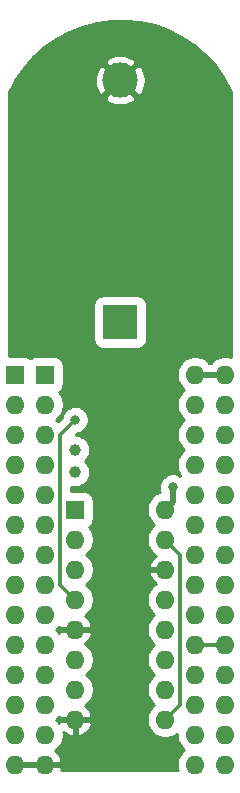
<source format=gbl>
%TF.GenerationSoftware,KiCad,Pcbnew,(5.1.9)-1*%
%TF.CreationDate,2021-02-22T17:40:15+08:00*%
%TF.ProjectId,SmartWatchRedux,536d6172-7457-4617-9463-685265647578,rev?*%
%TF.SameCoordinates,Original*%
%TF.FileFunction,Copper,L2,Bot*%
%TF.FilePolarity,Positive*%
%FSLAX46Y46*%
G04 Gerber Fmt 4.6, Leading zero omitted, Abs format (unit mm)*
G04 Created by KiCad (PCBNEW (5.1.9)-1) date 2021-02-22 17:40:15*
%MOMM*%
%LPD*%
G01*
G04 APERTURE LIST*
%TA.AperFunction,ComponentPad*%
%ADD10O,1.600000X1.600000*%
%TD*%
%TA.AperFunction,ComponentPad*%
%ADD11R,1.600000X1.600000*%
%TD*%
%TA.AperFunction,ComponentPad*%
%ADD12C,1.000000*%
%TD*%
%TA.AperFunction,ComponentPad*%
%ADD13R,3.000000X3.000000*%
%TD*%
%TA.AperFunction,ComponentPad*%
%ADD14C,3.000000*%
%TD*%
%TA.AperFunction,ViaPad*%
%ADD15C,0.800000*%
%TD*%
%TA.AperFunction,Conductor*%
%ADD16C,0.350000*%
%TD*%
%TA.AperFunction,Conductor*%
%ADD17C,0.500000*%
%TD*%
%TA.AperFunction,Conductor*%
%ADD18C,0.254000*%
%TD*%
%TA.AperFunction,Conductor*%
%ADD19C,0.100000*%
%TD*%
G04 APERTURE END LIST*
D10*
%TO.P,CN1,28*%
%TO.N,VCC*%
X123190000Y-63500000D03*
%TO.P,CN1,14*%
%TO.N,GND*%
X107950000Y-96520000D03*
%TO.P,CN1,27*%
%TO.N,Net-(CN1-Pad27)*%
X123190000Y-66040000D03*
%TO.P,CN1,13*%
%TO.N,Net-(CN1-Pad13)*%
X107950000Y-93980000D03*
%TO.P,CN1,26*%
%TO.N,Net-(CN1-Pad26)*%
X123190000Y-68580000D03*
%TO.P,CN1,12*%
%TO.N,Net-(CN1-Pad12)*%
X107950000Y-91440000D03*
%TO.P,CN1,25*%
%TO.N,Net-(CN1-Pad25)*%
X123190000Y-71120000D03*
%TO.P,CN1,11*%
%TO.N,Net-(CN1-Pad11)*%
X107950000Y-88900000D03*
%TO.P,CN1,24*%
%TO.N,Net-(CN1-Pad24)*%
X123190000Y-73660000D03*
%TO.P,CN1,10*%
%TO.N,Net-(CN1-Pad10)*%
X107950000Y-86360000D03*
%TO.P,CN1,23*%
%TO.N,Net-(CN1-Pad23)*%
X123190000Y-76200000D03*
%TO.P,CN1,9*%
%TO.N,Net-(CN1-Pad9)*%
X107950000Y-83820000D03*
%TO.P,CN1,22*%
%TO.N,Net-(CN1-Pad22)*%
X123190000Y-78740000D03*
%TO.P,CN1,8*%
%TO.N,Net-(CN1-Pad8)*%
X107950000Y-81280000D03*
%TO.P,CN1,21*%
%TO.N,Net-(CN1-Pad21)*%
X123190000Y-81280000D03*
%TO.P,CN1,7*%
%TO.N,Net-(CN1-Pad7)*%
X107950000Y-78740000D03*
%TO.P,CN1,20*%
%TO.N,Net-(CN1-Pad20)*%
X123190000Y-83820000D03*
%TO.P,CN1,6*%
%TO.N,Net-(CN1-Pad6)*%
X107950000Y-76200000D03*
%TO.P,CN1,19*%
%TO.N,Net-(CN1-Pad19)*%
X123190000Y-86360000D03*
%TO.P,CN1,5*%
%TO.N,Net-(CN1-Pad5)*%
X107950000Y-73660000D03*
%TO.P,CN1,18*%
%TO.N,Net-(CN1-Pad18)*%
X123190000Y-88900000D03*
%TO.P,CN1,4*%
%TO.N,Net-(CN1-Pad4)*%
X107950000Y-71120000D03*
%TO.P,CN1,17*%
%TO.N,Net-(CN1-Pad17)*%
X123190000Y-91440000D03*
%TO.P,CN1,3*%
%TO.N,Net-(CN1-Pad3)*%
X107950000Y-68580000D03*
%TO.P,CN1,16*%
%TO.N,Net-(CN1-Pad16)*%
X123190000Y-93980000D03*
%TO.P,CN1,2*%
%TO.N,Net-(CN1-Pad2)*%
X107950000Y-66040000D03*
%TO.P,CN1,15*%
%TO.N,Net-(CN1-Pad15)*%
X123190000Y-96520000D03*
D11*
%TO.P,CN1,1*%
%TO.N,Net-(CN1-Pad1)*%
X107950000Y-63500000D03*
%TD*%
D12*
%TO.P,Y1,1*%
%TO.N,/XTAL1*%
X113030000Y-71755000D03*
%TO.P,Y1,2*%
%TO.N,/XTAL2*%
X113030000Y-69855000D03*
%TD*%
D10*
%TO.P,U1,28*%
%TO.N,VCC*%
X125730000Y-63500000D03*
%TO.P,U1,14*%
%TO.N,GND*%
X110490000Y-96520000D03*
%TO.P,U1,27*%
%TO.N,Net-(CN1-Pad27)*%
X125730000Y-66040000D03*
%TO.P,U1,13*%
%TO.N,Net-(CN1-Pad13)*%
X110490000Y-93980000D03*
%TO.P,U1,26*%
%TO.N,Net-(CN1-Pad26)*%
X125730000Y-68580000D03*
%TO.P,U1,12*%
%TO.N,Net-(CN1-Pad12)*%
X110490000Y-91440000D03*
%TO.P,U1,25*%
%TO.N,Net-(CN1-Pad25)*%
X125730000Y-71120000D03*
%TO.P,U1,11*%
%TO.N,Net-(CN1-Pad11)*%
X110490000Y-88900000D03*
%TO.P,U1,24*%
%TO.N,Net-(CN1-Pad24)*%
X125730000Y-73660000D03*
%TO.P,U1,10*%
%TO.N,Net-(CN1-Pad10)*%
X110490000Y-86360000D03*
%TO.P,U1,23*%
%TO.N,Net-(CN1-Pad23)*%
X125730000Y-76200000D03*
%TO.P,U1,9*%
%TO.N,Net-(CN1-Pad9)*%
X110490000Y-83820000D03*
%TO.P,U1,22*%
%TO.N,Net-(CN1-Pad22)*%
X125730000Y-78740000D03*
%TO.P,U1,8*%
%TO.N,Net-(CN1-Pad8)*%
X110490000Y-81280000D03*
%TO.P,U1,21*%
%TO.N,Net-(CN1-Pad21)*%
X125730000Y-81280000D03*
%TO.P,U1,7*%
%TO.N,Net-(CN1-Pad7)*%
X110490000Y-78740000D03*
%TO.P,U1,20*%
%TO.N,Net-(U1-Pad20)*%
X125730000Y-83820000D03*
%TO.P,U1,6*%
%TO.N,Net-(CN1-Pad6)*%
X110490000Y-76200000D03*
%TO.P,U1,19*%
%TO.N,Net-(CN1-Pad19)*%
X125730000Y-86360000D03*
%TO.P,U1,5*%
%TO.N,Net-(CN1-Pad5)*%
X110490000Y-73660000D03*
%TO.P,U1,18*%
%TO.N,Net-(CN1-Pad18)*%
X125730000Y-88900000D03*
%TO.P,U1,4*%
%TO.N,Net-(CN1-Pad4)*%
X110490000Y-71120000D03*
%TO.P,U1,17*%
%TO.N,Net-(CN1-Pad17)*%
X125730000Y-91440000D03*
%TO.P,U1,3*%
%TO.N,Net-(CN1-Pad3)*%
X110490000Y-68580000D03*
%TO.P,U1,16*%
%TO.N,Net-(CN1-Pad16)*%
X125730000Y-93980000D03*
%TO.P,U1,2*%
%TO.N,Net-(CN1-Pad2)*%
X110490000Y-66040000D03*
%TO.P,U1,15*%
%TO.N,Net-(CN1-Pad15)*%
X125730000Y-96520000D03*
D11*
%TO.P,U1,1*%
%TO.N,Net-(CN1-Pad1)*%
X110490000Y-63500000D03*
%TD*%
D10*
%TO.P,U2,16*%
%TO.N,VCC*%
X120650000Y-74930000D03*
%TO.P,U2,8*%
%TO.N,GND*%
X113030000Y-92710000D03*
%TO.P,U2,15*%
%TO.N,Net-(U2-Pad15)*%
X120650000Y-77470000D03*
%TO.P,U2,7*%
%TO.N,Net-(CN1-Pad11)*%
X113030000Y-90170000D03*
%TO.P,U2,14*%
%TO.N,GND*%
X120650000Y-80010000D03*
%TO.P,U2,6*%
%TO.N,Net-(CN1-Pad10)*%
X113030000Y-87630000D03*
%TO.P,U2,13*%
%TO.N,Net-(CN1-Pad1)*%
X120650000Y-82550000D03*
%TO.P,U2,5*%
%TO.N,GND*%
X113030000Y-85090000D03*
%TO.P,U2,12*%
%TO.N,Net-(CN1-Pad22)*%
X120650000Y-85090000D03*
%TO.P,U2,4*%
%TO.N,Net-(BAT1-Pad1)*%
X113030000Y-82550000D03*
%TO.P,U2,11*%
%TO.N,Net-(CN1-Pad20)*%
X120650000Y-87630000D03*
%TO.P,U2,3*%
%TO.N,Net-(CN1-Pad8)*%
X113030000Y-80010000D03*
%TO.P,U2,10*%
%TO.N,Net-(U1-Pad20)*%
X120650000Y-90170000D03*
%TO.P,U2,2*%
%TO.N,/XTAL2*%
X113030000Y-77470000D03*
%TO.P,U2,9*%
%TO.N,Net-(U2-Pad15)*%
X120650000Y-92710000D03*
D11*
%TO.P,U2,1*%
%TO.N,/XTAL1*%
X113030000Y-74930000D03*
%TD*%
D13*
%TO.P,BAT1,1*%
%TO.N,Net-(BAT1-Pad1)*%
X116840000Y-59055000D03*
D14*
%TO.P,BAT1,2*%
%TO.N,GND*%
X116840000Y-38565000D03*
%TD*%
D15*
%TO.N,Net-(BAT1-Pad1)*%
X113030000Y-67310000D03*
%TO.N,GND*%
X114935000Y-64770000D03*
X116840000Y-64770000D03*
X118745000Y-64770000D03*
X112395000Y-96520000D03*
X114300000Y-96520000D03*
X116840000Y-73660000D03*
X118745000Y-73660000D03*
X114935000Y-67310000D03*
X116840000Y-42926000D03*
X116840000Y-54356000D03*
%TO.N,VCC*%
X121285000Y-73025000D03*
%TD*%
D16*
%TO.N,Net-(BAT1-Pad1)*%
X111760000Y-68580000D02*
X113030000Y-67310000D01*
X111760000Y-81280000D02*
X111760000Y-68580000D01*
X113030000Y-82550000D02*
X111760000Y-81280000D01*
D17*
%TO.N,GND*%
X114300000Y-41105000D02*
X116840000Y-38565000D01*
X116840000Y-42926000D02*
X116840000Y-54356000D01*
X116121000Y-42926000D02*
X114300000Y-41105000D01*
X116840000Y-42926000D02*
X116121000Y-42926000D01*
%TO.N,VCC*%
X123190000Y-63500000D02*
X125730000Y-63500000D01*
X121285000Y-74295000D02*
X120650000Y-74930000D01*
X121285000Y-73025000D02*
X121285000Y-74295000D01*
D16*
%TO.N,Net-(CN1-Pad19)*%
X123190000Y-86360000D02*
X125730000Y-86360000D01*
%TO.N,Net-(U2-Pad15)*%
X121920000Y-91440000D02*
X121920000Y-78740000D01*
X121920000Y-78740000D02*
X120650000Y-77470000D01*
X120650000Y-92710000D02*
X121920000Y-91440000D01*
%TD*%
D18*
%TO.N,GND*%
X118545427Y-33655782D02*
X119753574Y-33934247D01*
X120919507Y-34355834D01*
X122026360Y-34914446D01*
X123058080Y-35601981D01*
X123999727Y-36408483D01*
X124837672Y-37322278D01*
X125559764Y-38330120D01*
X126164243Y-39433282D01*
X126213001Y-39540520D01*
X126213000Y-49568653D01*
X126213001Y-49568663D01*
X126213001Y-62009369D01*
X126185619Y-61998027D01*
X125883844Y-61938000D01*
X125576156Y-61938000D01*
X125274381Y-61998027D01*
X124990115Y-62115773D01*
X124734283Y-62286715D01*
X124532998Y-62488000D01*
X124387002Y-62488000D01*
X124185717Y-62286715D01*
X123929885Y-62115773D01*
X123645619Y-61998027D01*
X123343844Y-61938000D01*
X123036156Y-61938000D01*
X122734381Y-61998027D01*
X122450115Y-62115773D01*
X122194283Y-62286715D01*
X121976715Y-62504283D01*
X121805773Y-62760115D01*
X121688027Y-63044381D01*
X121628000Y-63346156D01*
X121628000Y-63653844D01*
X121688027Y-63955619D01*
X121805773Y-64239885D01*
X121976715Y-64495717D01*
X122194283Y-64713285D01*
X122279163Y-64770000D01*
X122194283Y-64826715D01*
X121976715Y-65044283D01*
X121805773Y-65300115D01*
X121688027Y-65584381D01*
X121628000Y-65886156D01*
X121628000Y-66193844D01*
X121688027Y-66495619D01*
X121805773Y-66779885D01*
X121976715Y-67035717D01*
X122194283Y-67253285D01*
X122279163Y-67310000D01*
X122194283Y-67366715D01*
X121976715Y-67584283D01*
X121805773Y-67840115D01*
X121688027Y-68124381D01*
X121628000Y-68426156D01*
X121628000Y-68733844D01*
X121688027Y-69035619D01*
X121805773Y-69319885D01*
X121976715Y-69575717D01*
X122194283Y-69793285D01*
X122279163Y-69850000D01*
X122194283Y-69906715D01*
X121976715Y-70124283D01*
X121805773Y-70380115D01*
X121688027Y-70664381D01*
X121628000Y-70966156D01*
X121628000Y-71273844D01*
X121688027Y-71575619D01*
X121805773Y-71859885D01*
X121945266Y-72068650D01*
X121835413Y-71995249D01*
X121623943Y-71907655D01*
X121399447Y-71863000D01*
X121170553Y-71863000D01*
X120946057Y-71907655D01*
X120734587Y-71995249D01*
X120544268Y-72122416D01*
X120382416Y-72284268D01*
X120255249Y-72474587D01*
X120167655Y-72686057D01*
X120123000Y-72910553D01*
X120123000Y-73139447D01*
X120167655Y-73363943D01*
X120194226Y-73428091D01*
X119910115Y-73545773D01*
X119654283Y-73716715D01*
X119436715Y-73934283D01*
X119265773Y-74190115D01*
X119148027Y-74474381D01*
X119088000Y-74776156D01*
X119088000Y-75083844D01*
X119148027Y-75385619D01*
X119265773Y-75669885D01*
X119436715Y-75925717D01*
X119654283Y-76143285D01*
X119739163Y-76200000D01*
X119654283Y-76256715D01*
X119436715Y-76474283D01*
X119265773Y-76730115D01*
X119148027Y-77014381D01*
X119088000Y-77316156D01*
X119088000Y-77623844D01*
X119148027Y-77925619D01*
X119265773Y-78209885D01*
X119436715Y-78465717D01*
X119654283Y-78683285D01*
X119858275Y-78819588D01*
X119794869Y-78857615D01*
X119586481Y-79046586D01*
X119418963Y-79272580D01*
X119298754Y-79526913D01*
X119258096Y-79660961D01*
X119380085Y-79883000D01*
X120523000Y-79883000D01*
X120523000Y-79863000D01*
X120777000Y-79863000D01*
X120777000Y-79883000D01*
X120797000Y-79883000D01*
X120797000Y-80137000D01*
X120777000Y-80137000D01*
X120777000Y-80157000D01*
X120523000Y-80157000D01*
X120523000Y-80137000D01*
X119380085Y-80137000D01*
X119258096Y-80359039D01*
X119298754Y-80493087D01*
X119418963Y-80747420D01*
X119586481Y-80973414D01*
X119794869Y-81162385D01*
X119858275Y-81200412D01*
X119654283Y-81336715D01*
X119436715Y-81554283D01*
X119265773Y-81810115D01*
X119148027Y-82094381D01*
X119088000Y-82396156D01*
X119088000Y-82703844D01*
X119148027Y-83005619D01*
X119265773Y-83289885D01*
X119436715Y-83545717D01*
X119654283Y-83763285D01*
X119739163Y-83820000D01*
X119654283Y-83876715D01*
X119436715Y-84094283D01*
X119265773Y-84350115D01*
X119148027Y-84634381D01*
X119088000Y-84936156D01*
X119088000Y-85243844D01*
X119148027Y-85545619D01*
X119265773Y-85829885D01*
X119436715Y-86085717D01*
X119654283Y-86303285D01*
X119739163Y-86360000D01*
X119654283Y-86416715D01*
X119436715Y-86634283D01*
X119265773Y-86890115D01*
X119148027Y-87174381D01*
X119088000Y-87476156D01*
X119088000Y-87783844D01*
X119148027Y-88085619D01*
X119265773Y-88369885D01*
X119436715Y-88625717D01*
X119654283Y-88843285D01*
X119739163Y-88900000D01*
X119654283Y-88956715D01*
X119436715Y-89174283D01*
X119265773Y-89430115D01*
X119148027Y-89714381D01*
X119088000Y-90016156D01*
X119088000Y-90323844D01*
X119148027Y-90625619D01*
X119265773Y-90909885D01*
X119436715Y-91165717D01*
X119654283Y-91383285D01*
X119739163Y-91440000D01*
X119654283Y-91496715D01*
X119436715Y-91714283D01*
X119265773Y-91970115D01*
X119148027Y-92254381D01*
X119088000Y-92556156D01*
X119088000Y-92863844D01*
X119148027Y-93165619D01*
X119265773Y-93449885D01*
X119436715Y-93705717D01*
X119654283Y-93923285D01*
X119910115Y-94094227D01*
X120194381Y-94211973D01*
X120496156Y-94272000D01*
X120803844Y-94272000D01*
X121105619Y-94211973D01*
X121389885Y-94094227D01*
X121628000Y-93935123D01*
X121628000Y-94133844D01*
X121688027Y-94435619D01*
X121805773Y-94719885D01*
X121976715Y-94975717D01*
X122194283Y-95193285D01*
X122279163Y-95250000D01*
X122194283Y-95306715D01*
X121976715Y-95524283D01*
X121805773Y-95780115D01*
X121688027Y-96064381D01*
X121628000Y-96366156D01*
X121628000Y-96673844D01*
X121688027Y-96975619D01*
X121699369Y-97003000D01*
X111841272Y-97003000D01*
X111881904Y-96869039D01*
X111759915Y-96647000D01*
X110617000Y-96647000D01*
X110617000Y-96667000D01*
X110363000Y-96667000D01*
X110363000Y-96647000D01*
X109220085Y-96647000D01*
X109220000Y-96647155D01*
X109219915Y-96647000D01*
X108077000Y-96647000D01*
X108077000Y-96667000D01*
X107823000Y-96667000D01*
X107823000Y-96647000D01*
X107803000Y-96647000D01*
X107803000Y-96393000D01*
X107823000Y-96393000D01*
X107823000Y-96373000D01*
X108077000Y-96373000D01*
X108077000Y-96393000D01*
X109219915Y-96393000D01*
X109220000Y-96392845D01*
X109220085Y-96393000D01*
X110363000Y-96393000D01*
X110363000Y-96373000D01*
X110617000Y-96373000D01*
X110617000Y-96393000D01*
X111759915Y-96393000D01*
X111881904Y-96170961D01*
X111841246Y-96036913D01*
X111721037Y-95782580D01*
X111553519Y-95556586D01*
X111345131Y-95367615D01*
X111281725Y-95329588D01*
X111485717Y-95193285D01*
X111703285Y-94975717D01*
X111874227Y-94719885D01*
X111991973Y-94435619D01*
X112052000Y-94133844D01*
X112052000Y-93826156D01*
X112033752Y-93734417D01*
X112174869Y-93862385D01*
X112416119Y-94007070D01*
X112680960Y-94101909D01*
X112903000Y-93980624D01*
X112903000Y-92837000D01*
X113157000Y-92837000D01*
X113157000Y-93980624D01*
X113379040Y-94101909D01*
X113643881Y-94007070D01*
X113885131Y-93862385D01*
X114093519Y-93673414D01*
X114261037Y-93447420D01*
X114381246Y-93193087D01*
X114421904Y-93059039D01*
X114299915Y-92837000D01*
X113157000Y-92837000D01*
X112903000Y-92837000D01*
X111760085Y-92837000D01*
X111687719Y-92968717D01*
X111485717Y-92766715D01*
X111400837Y-92710000D01*
X111485717Y-92653285D01*
X111687719Y-92451283D01*
X111760085Y-92583000D01*
X112903000Y-92583000D01*
X112903000Y-92563000D01*
X113157000Y-92563000D01*
X113157000Y-92583000D01*
X114299915Y-92583000D01*
X114421904Y-92360961D01*
X114381246Y-92226913D01*
X114261037Y-91972580D01*
X114093519Y-91746586D01*
X113885131Y-91557615D01*
X113821725Y-91519588D01*
X114025717Y-91383285D01*
X114243285Y-91165717D01*
X114414227Y-90909885D01*
X114531973Y-90625619D01*
X114592000Y-90323844D01*
X114592000Y-90016156D01*
X114531973Y-89714381D01*
X114414227Y-89430115D01*
X114243285Y-89174283D01*
X114025717Y-88956715D01*
X113940837Y-88900000D01*
X114025717Y-88843285D01*
X114243285Y-88625717D01*
X114414227Y-88369885D01*
X114531973Y-88085619D01*
X114592000Y-87783844D01*
X114592000Y-87476156D01*
X114531973Y-87174381D01*
X114414227Y-86890115D01*
X114243285Y-86634283D01*
X114025717Y-86416715D01*
X113821725Y-86280412D01*
X113885131Y-86242385D01*
X114093519Y-86053414D01*
X114261037Y-85827420D01*
X114381246Y-85573087D01*
X114421904Y-85439039D01*
X114299915Y-85217000D01*
X113157000Y-85217000D01*
X113157000Y-85237000D01*
X112903000Y-85237000D01*
X112903000Y-85217000D01*
X111760085Y-85217000D01*
X111687719Y-85348717D01*
X111485717Y-85146715D01*
X111400837Y-85090000D01*
X111485717Y-85033285D01*
X111687719Y-84831283D01*
X111760085Y-84963000D01*
X112903000Y-84963000D01*
X112903000Y-84943000D01*
X113157000Y-84943000D01*
X113157000Y-84963000D01*
X114299915Y-84963000D01*
X114421904Y-84740961D01*
X114381246Y-84606913D01*
X114261037Y-84352580D01*
X114093519Y-84126586D01*
X113885131Y-83937615D01*
X113821725Y-83899588D01*
X114025717Y-83763285D01*
X114243285Y-83545717D01*
X114414227Y-83289885D01*
X114531973Y-83005619D01*
X114592000Y-82703844D01*
X114592000Y-82396156D01*
X114531973Y-82094381D01*
X114414227Y-81810115D01*
X114243285Y-81554283D01*
X114025717Y-81336715D01*
X113940837Y-81280000D01*
X114025717Y-81223285D01*
X114243285Y-81005717D01*
X114414227Y-80749885D01*
X114531973Y-80465619D01*
X114592000Y-80163844D01*
X114592000Y-79856156D01*
X114531973Y-79554381D01*
X114414227Y-79270115D01*
X114243285Y-79014283D01*
X114025717Y-78796715D01*
X113940837Y-78740000D01*
X114025717Y-78683285D01*
X114243285Y-78465717D01*
X114414227Y-78209885D01*
X114531973Y-77925619D01*
X114592000Y-77623844D01*
X114592000Y-77316156D01*
X114531973Y-77014381D01*
X114414227Y-76730115D01*
X114243285Y-76474283D01*
X114177357Y-76408355D01*
X114255392Y-76366645D01*
X114371422Y-76271422D01*
X114466645Y-76155392D01*
X114537402Y-76023015D01*
X114580974Y-75879378D01*
X114595686Y-75730000D01*
X114595686Y-74130000D01*
X114580974Y-73980622D01*
X114537402Y-73836985D01*
X114466645Y-73704608D01*
X114371422Y-73588578D01*
X114255392Y-73493355D01*
X114123015Y-73422598D01*
X113979378Y-73379026D01*
X113830000Y-73364314D01*
X112697000Y-73364314D01*
X112697000Y-72975486D01*
X112905704Y-73017000D01*
X113154296Y-73017000D01*
X113398112Y-72968502D01*
X113627781Y-72873370D01*
X113834478Y-72735259D01*
X114010259Y-72559478D01*
X114148370Y-72352781D01*
X114243502Y-72123112D01*
X114292000Y-71879296D01*
X114292000Y-71630704D01*
X114243502Y-71386888D01*
X114148370Y-71157219D01*
X114010259Y-70950522D01*
X113864737Y-70805000D01*
X114010259Y-70659478D01*
X114148370Y-70452781D01*
X114243502Y-70223112D01*
X114292000Y-69979296D01*
X114292000Y-69730704D01*
X114243502Y-69486888D01*
X114148370Y-69257219D01*
X114010259Y-69050522D01*
X113834478Y-68874741D01*
X113627781Y-68736630D01*
X113398112Y-68641498D01*
X113154296Y-68593000D01*
X113072118Y-68593000D01*
X113205203Y-68459915D01*
X113368943Y-68427345D01*
X113580413Y-68339751D01*
X113770732Y-68212584D01*
X113932584Y-68050732D01*
X114059751Y-67860413D01*
X114147345Y-67648943D01*
X114192000Y-67424447D01*
X114192000Y-67195553D01*
X114147345Y-66971057D01*
X114059751Y-66759587D01*
X113932584Y-66569268D01*
X113770732Y-66407416D01*
X113580413Y-66280249D01*
X113368943Y-66192655D01*
X113144447Y-66148000D01*
X112915553Y-66148000D01*
X112691057Y-66192655D01*
X112479587Y-66280249D01*
X112289268Y-66407416D01*
X112127416Y-66569268D01*
X112000249Y-66759587D01*
X111912655Y-66971057D01*
X111880085Y-67134797D01*
X111566942Y-67447940D01*
X111485717Y-67366715D01*
X111400837Y-67310000D01*
X111485717Y-67253285D01*
X111703285Y-67035717D01*
X111874227Y-66779885D01*
X111991973Y-66495619D01*
X112052000Y-66193844D01*
X112052000Y-65886156D01*
X111991973Y-65584381D01*
X111874227Y-65300115D01*
X111703285Y-65044283D01*
X111637357Y-64978355D01*
X111715392Y-64936645D01*
X111831422Y-64841422D01*
X111926645Y-64725392D01*
X111997402Y-64593015D01*
X112040974Y-64449378D01*
X112055686Y-64300000D01*
X112055686Y-62700000D01*
X112040974Y-62550622D01*
X111997402Y-62406985D01*
X111926645Y-62274608D01*
X111831422Y-62158578D01*
X111715392Y-62063355D01*
X111583015Y-61992598D01*
X111439378Y-61949026D01*
X111290000Y-61934314D01*
X109690000Y-61934314D01*
X109540622Y-61949026D01*
X109396985Y-61992598D01*
X109264608Y-62063355D01*
X109220000Y-62099964D01*
X109175392Y-62063355D01*
X109043015Y-61992598D01*
X108899378Y-61949026D01*
X108750000Y-61934314D01*
X107467000Y-61934314D01*
X107467000Y-57555000D01*
X114574314Y-57555000D01*
X114574314Y-60555000D01*
X114589026Y-60704378D01*
X114632598Y-60848015D01*
X114703355Y-60980392D01*
X114798578Y-61096422D01*
X114914608Y-61191645D01*
X115046985Y-61262402D01*
X115190622Y-61305974D01*
X115340000Y-61320686D01*
X118340000Y-61320686D01*
X118489378Y-61305974D01*
X118633015Y-61262402D01*
X118765392Y-61191645D01*
X118881422Y-61096422D01*
X118976645Y-60980392D01*
X119047402Y-60848015D01*
X119090974Y-60704378D01*
X119105686Y-60555000D01*
X119105686Y-57555000D01*
X119090974Y-57405622D01*
X119047402Y-57261985D01*
X118976645Y-57129608D01*
X118881422Y-57013578D01*
X118765392Y-56918355D01*
X118633015Y-56847598D01*
X118489378Y-56804026D01*
X118340000Y-56789314D01*
X115340000Y-56789314D01*
X115190622Y-56804026D01*
X115046985Y-56847598D01*
X114914608Y-56918355D01*
X114798578Y-57013578D01*
X114703355Y-57129608D01*
X114632598Y-57261985D01*
X114589026Y-57405622D01*
X114574314Y-57555000D01*
X107467000Y-57555000D01*
X107467000Y-40056653D01*
X115527952Y-40056653D01*
X115683962Y-40372214D01*
X116058745Y-40563020D01*
X116463551Y-40677044D01*
X116882824Y-40709902D01*
X117300451Y-40660334D01*
X117700383Y-40530243D01*
X117996038Y-40372214D01*
X118152048Y-40056653D01*
X116840000Y-38744605D01*
X115527952Y-40056653D01*
X107467000Y-40056653D01*
X107467000Y-39559520D01*
X107953575Y-38607824D01*
X114695098Y-38607824D01*
X114744666Y-39025451D01*
X114874757Y-39425383D01*
X115032786Y-39721038D01*
X115348347Y-39877048D01*
X116660395Y-38565000D01*
X117019605Y-38565000D01*
X118331653Y-39877048D01*
X118647214Y-39721038D01*
X118838020Y-39346255D01*
X118952044Y-38941449D01*
X118984902Y-38522176D01*
X118935334Y-38104549D01*
X118805243Y-37704617D01*
X118647214Y-37408962D01*
X118331653Y-37252952D01*
X117019605Y-38565000D01*
X116660395Y-38565000D01*
X115348347Y-37252952D01*
X115032786Y-37408962D01*
X114841980Y-37783745D01*
X114727956Y-38188551D01*
X114695098Y-38607824D01*
X107953575Y-38607824D01*
X107966723Y-38582109D01*
X108659652Y-37554001D01*
X109075705Y-37073347D01*
X115527952Y-37073347D01*
X116840000Y-38385395D01*
X118152048Y-37073347D01*
X117996038Y-36757786D01*
X117621255Y-36566980D01*
X117216449Y-36452956D01*
X116797176Y-36420098D01*
X116379549Y-36469666D01*
X115979617Y-36599757D01*
X115683962Y-36757786D01*
X115527952Y-37073347D01*
X109075705Y-37073347D01*
X109471075Y-36616588D01*
X110389244Y-35783440D01*
X111400848Y-35066639D01*
X112491241Y-34476559D01*
X113644625Y-34021749D01*
X114844304Y-33708795D01*
X116072889Y-33542233D01*
X117312575Y-33524477D01*
X118545427Y-33655782D01*
%TA.AperFunction,Conductor*%
D19*
G36*
X118545427Y-33655782D02*
G01*
X119753574Y-33934247D01*
X120919507Y-34355834D01*
X122026360Y-34914446D01*
X123058080Y-35601981D01*
X123999727Y-36408483D01*
X124837672Y-37322278D01*
X125559764Y-38330120D01*
X126164243Y-39433282D01*
X126213001Y-39540520D01*
X126213000Y-49568653D01*
X126213001Y-49568663D01*
X126213001Y-62009369D01*
X126185619Y-61998027D01*
X125883844Y-61938000D01*
X125576156Y-61938000D01*
X125274381Y-61998027D01*
X124990115Y-62115773D01*
X124734283Y-62286715D01*
X124532998Y-62488000D01*
X124387002Y-62488000D01*
X124185717Y-62286715D01*
X123929885Y-62115773D01*
X123645619Y-61998027D01*
X123343844Y-61938000D01*
X123036156Y-61938000D01*
X122734381Y-61998027D01*
X122450115Y-62115773D01*
X122194283Y-62286715D01*
X121976715Y-62504283D01*
X121805773Y-62760115D01*
X121688027Y-63044381D01*
X121628000Y-63346156D01*
X121628000Y-63653844D01*
X121688027Y-63955619D01*
X121805773Y-64239885D01*
X121976715Y-64495717D01*
X122194283Y-64713285D01*
X122279163Y-64770000D01*
X122194283Y-64826715D01*
X121976715Y-65044283D01*
X121805773Y-65300115D01*
X121688027Y-65584381D01*
X121628000Y-65886156D01*
X121628000Y-66193844D01*
X121688027Y-66495619D01*
X121805773Y-66779885D01*
X121976715Y-67035717D01*
X122194283Y-67253285D01*
X122279163Y-67310000D01*
X122194283Y-67366715D01*
X121976715Y-67584283D01*
X121805773Y-67840115D01*
X121688027Y-68124381D01*
X121628000Y-68426156D01*
X121628000Y-68733844D01*
X121688027Y-69035619D01*
X121805773Y-69319885D01*
X121976715Y-69575717D01*
X122194283Y-69793285D01*
X122279163Y-69850000D01*
X122194283Y-69906715D01*
X121976715Y-70124283D01*
X121805773Y-70380115D01*
X121688027Y-70664381D01*
X121628000Y-70966156D01*
X121628000Y-71273844D01*
X121688027Y-71575619D01*
X121805773Y-71859885D01*
X121945266Y-72068650D01*
X121835413Y-71995249D01*
X121623943Y-71907655D01*
X121399447Y-71863000D01*
X121170553Y-71863000D01*
X120946057Y-71907655D01*
X120734587Y-71995249D01*
X120544268Y-72122416D01*
X120382416Y-72284268D01*
X120255249Y-72474587D01*
X120167655Y-72686057D01*
X120123000Y-72910553D01*
X120123000Y-73139447D01*
X120167655Y-73363943D01*
X120194226Y-73428091D01*
X119910115Y-73545773D01*
X119654283Y-73716715D01*
X119436715Y-73934283D01*
X119265773Y-74190115D01*
X119148027Y-74474381D01*
X119088000Y-74776156D01*
X119088000Y-75083844D01*
X119148027Y-75385619D01*
X119265773Y-75669885D01*
X119436715Y-75925717D01*
X119654283Y-76143285D01*
X119739163Y-76200000D01*
X119654283Y-76256715D01*
X119436715Y-76474283D01*
X119265773Y-76730115D01*
X119148027Y-77014381D01*
X119088000Y-77316156D01*
X119088000Y-77623844D01*
X119148027Y-77925619D01*
X119265773Y-78209885D01*
X119436715Y-78465717D01*
X119654283Y-78683285D01*
X119858275Y-78819588D01*
X119794869Y-78857615D01*
X119586481Y-79046586D01*
X119418963Y-79272580D01*
X119298754Y-79526913D01*
X119258096Y-79660961D01*
X119380085Y-79883000D01*
X120523000Y-79883000D01*
X120523000Y-79863000D01*
X120777000Y-79863000D01*
X120777000Y-79883000D01*
X120797000Y-79883000D01*
X120797000Y-80137000D01*
X120777000Y-80137000D01*
X120777000Y-80157000D01*
X120523000Y-80157000D01*
X120523000Y-80137000D01*
X119380085Y-80137000D01*
X119258096Y-80359039D01*
X119298754Y-80493087D01*
X119418963Y-80747420D01*
X119586481Y-80973414D01*
X119794869Y-81162385D01*
X119858275Y-81200412D01*
X119654283Y-81336715D01*
X119436715Y-81554283D01*
X119265773Y-81810115D01*
X119148027Y-82094381D01*
X119088000Y-82396156D01*
X119088000Y-82703844D01*
X119148027Y-83005619D01*
X119265773Y-83289885D01*
X119436715Y-83545717D01*
X119654283Y-83763285D01*
X119739163Y-83820000D01*
X119654283Y-83876715D01*
X119436715Y-84094283D01*
X119265773Y-84350115D01*
X119148027Y-84634381D01*
X119088000Y-84936156D01*
X119088000Y-85243844D01*
X119148027Y-85545619D01*
X119265773Y-85829885D01*
X119436715Y-86085717D01*
X119654283Y-86303285D01*
X119739163Y-86360000D01*
X119654283Y-86416715D01*
X119436715Y-86634283D01*
X119265773Y-86890115D01*
X119148027Y-87174381D01*
X119088000Y-87476156D01*
X119088000Y-87783844D01*
X119148027Y-88085619D01*
X119265773Y-88369885D01*
X119436715Y-88625717D01*
X119654283Y-88843285D01*
X119739163Y-88900000D01*
X119654283Y-88956715D01*
X119436715Y-89174283D01*
X119265773Y-89430115D01*
X119148027Y-89714381D01*
X119088000Y-90016156D01*
X119088000Y-90323844D01*
X119148027Y-90625619D01*
X119265773Y-90909885D01*
X119436715Y-91165717D01*
X119654283Y-91383285D01*
X119739163Y-91440000D01*
X119654283Y-91496715D01*
X119436715Y-91714283D01*
X119265773Y-91970115D01*
X119148027Y-92254381D01*
X119088000Y-92556156D01*
X119088000Y-92863844D01*
X119148027Y-93165619D01*
X119265773Y-93449885D01*
X119436715Y-93705717D01*
X119654283Y-93923285D01*
X119910115Y-94094227D01*
X120194381Y-94211973D01*
X120496156Y-94272000D01*
X120803844Y-94272000D01*
X121105619Y-94211973D01*
X121389885Y-94094227D01*
X121628000Y-93935123D01*
X121628000Y-94133844D01*
X121688027Y-94435619D01*
X121805773Y-94719885D01*
X121976715Y-94975717D01*
X122194283Y-95193285D01*
X122279163Y-95250000D01*
X122194283Y-95306715D01*
X121976715Y-95524283D01*
X121805773Y-95780115D01*
X121688027Y-96064381D01*
X121628000Y-96366156D01*
X121628000Y-96673844D01*
X121688027Y-96975619D01*
X121699369Y-97003000D01*
X111841272Y-97003000D01*
X111881904Y-96869039D01*
X111759915Y-96647000D01*
X110617000Y-96647000D01*
X110617000Y-96667000D01*
X110363000Y-96667000D01*
X110363000Y-96647000D01*
X109220085Y-96647000D01*
X109220000Y-96647155D01*
X109219915Y-96647000D01*
X108077000Y-96647000D01*
X108077000Y-96667000D01*
X107823000Y-96667000D01*
X107823000Y-96647000D01*
X107803000Y-96647000D01*
X107803000Y-96393000D01*
X107823000Y-96393000D01*
X107823000Y-96373000D01*
X108077000Y-96373000D01*
X108077000Y-96393000D01*
X109219915Y-96393000D01*
X109220000Y-96392845D01*
X109220085Y-96393000D01*
X110363000Y-96393000D01*
X110363000Y-96373000D01*
X110617000Y-96373000D01*
X110617000Y-96393000D01*
X111759915Y-96393000D01*
X111881904Y-96170961D01*
X111841246Y-96036913D01*
X111721037Y-95782580D01*
X111553519Y-95556586D01*
X111345131Y-95367615D01*
X111281725Y-95329588D01*
X111485717Y-95193285D01*
X111703285Y-94975717D01*
X111874227Y-94719885D01*
X111991973Y-94435619D01*
X112052000Y-94133844D01*
X112052000Y-93826156D01*
X112033752Y-93734417D01*
X112174869Y-93862385D01*
X112416119Y-94007070D01*
X112680960Y-94101909D01*
X112903000Y-93980624D01*
X112903000Y-92837000D01*
X113157000Y-92837000D01*
X113157000Y-93980624D01*
X113379040Y-94101909D01*
X113643881Y-94007070D01*
X113885131Y-93862385D01*
X114093519Y-93673414D01*
X114261037Y-93447420D01*
X114381246Y-93193087D01*
X114421904Y-93059039D01*
X114299915Y-92837000D01*
X113157000Y-92837000D01*
X112903000Y-92837000D01*
X111760085Y-92837000D01*
X111687719Y-92968717D01*
X111485717Y-92766715D01*
X111400837Y-92710000D01*
X111485717Y-92653285D01*
X111687719Y-92451283D01*
X111760085Y-92583000D01*
X112903000Y-92583000D01*
X112903000Y-92563000D01*
X113157000Y-92563000D01*
X113157000Y-92583000D01*
X114299915Y-92583000D01*
X114421904Y-92360961D01*
X114381246Y-92226913D01*
X114261037Y-91972580D01*
X114093519Y-91746586D01*
X113885131Y-91557615D01*
X113821725Y-91519588D01*
X114025717Y-91383285D01*
X114243285Y-91165717D01*
X114414227Y-90909885D01*
X114531973Y-90625619D01*
X114592000Y-90323844D01*
X114592000Y-90016156D01*
X114531973Y-89714381D01*
X114414227Y-89430115D01*
X114243285Y-89174283D01*
X114025717Y-88956715D01*
X113940837Y-88900000D01*
X114025717Y-88843285D01*
X114243285Y-88625717D01*
X114414227Y-88369885D01*
X114531973Y-88085619D01*
X114592000Y-87783844D01*
X114592000Y-87476156D01*
X114531973Y-87174381D01*
X114414227Y-86890115D01*
X114243285Y-86634283D01*
X114025717Y-86416715D01*
X113821725Y-86280412D01*
X113885131Y-86242385D01*
X114093519Y-86053414D01*
X114261037Y-85827420D01*
X114381246Y-85573087D01*
X114421904Y-85439039D01*
X114299915Y-85217000D01*
X113157000Y-85217000D01*
X113157000Y-85237000D01*
X112903000Y-85237000D01*
X112903000Y-85217000D01*
X111760085Y-85217000D01*
X111687719Y-85348717D01*
X111485717Y-85146715D01*
X111400837Y-85090000D01*
X111485717Y-85033285D01*
X111687719Y-84831283D01*
X111760085Y-84963000D01*
X112903000Y-84963000D01*
X112903000Y-84943000D01*
X113157000Y-84943000D01*
X113157000Y-84963000D01*
X114299915Y-84963000D01*
X114421904Y-84740961D01*
X114381246Y-84606913D01*
X114261037Y-84352580D01*
X114093519Y-84126586D01*
X113885131Y-83937615D01*
X113821725Y-83899588D01*
X114025717Y-83763285D01*
X114243285Y-83545717D01*
X114414227Y-83289885D01*
X114531973Y-83005619D01*
X114592000Y-82703844D01*
X114592000Y-82396156D01*
X114531973Y-82094381D01*
X114414227Y-81810115D01*
X114243285Y-81554283D01*
X114025717Y-81336715D01*
X113940837Y-81280000D01*
X114025717Y-81223285D01*
X114243285Y-81005717D01*
X114414227Y-80749885D01*
X114531973Y-80465619D01*
X114592000Y-80163844D01*
X114592000Y-79856156D01*
X114531973Y-79554381D01*
X114414227Y-79270115D01*
X114243285Y-79014283D01*
X114025717Y-78796715D01*
X113940837Y-78740000D01*
X114025717Y-78683285D01*
X114243285Y-78465717D01*
X114414227Y-78209885D01*
X114531973Y-77925619D01*
X114592000Y-77623844D01*
X114592000Y-77316156D01*
X114531973Y-77014381D01*
X114414227Y-76730115D01*
X114243285Y-76474283D01*
X114177357Y-76408355D01*
X114255392Y-76366645D01*
X114371422Y-76271422D01*
X114466645Y-76155392D01*
X114537402Y-76023015D01*
X114580974Y-75879378D01*
X114595686Y-75730000D01*
X114595686Y-74130000D01*
X114580974Y-73980622D01*
X114537402Y-73836985D01*
X114466645Y-73704608D01*
X114371422Y-73588578D01*
X114255392Y-73493355D01*
X114123015Y-73422598D01*
X113979378Y-73379026D01*
X113830000Y-73364314D01*
X112697000Y-73364314D01*
X112697000Y-72975486D01*
X112905704Y-73017000D01*
X113154296Y-73017000D01*
X113398112Y-72968502D01*
X113627781Y-72873370D01*
X113834478Y-72735259D01*
X114010259Y-72559478D01*
X114148370Y-72352781D01*
X114243502Y-72123112D01*
X114292000Y-71879296D01*
X114292000Y-71630704D01*
X114243502Y-71386888D01*
X114148370Y-71157219D01*
X114010259Y-70950522D01*
X113864737Y-70805000D01*
X114010259Y-70659478D01*
X114148370Y-70452781D01*
X114243502Y-70223112D01*
X114292000Y-69979296D01*
X114292000Y-69730704D01*
X114243502Y-69486888D01*
X114148370Y-69257219D01*
X114010259Y-69050522D01*
X113834478Y-68874741D01*
X113627781Y-68736630D01*
X113398112Y-68641498D01*
X113154296Y-68593000D01*
X113072118Y-68593000D01*
X113205203Y-68459915D01*
X113368943Y-68427345D01*
X113580413Y-68339751D01*
X113770732Y-68212584D01*
X113932584Y-68050732D01*
X114059751Y-67860413D01*
X114147345Y-67648943D01*
X114192000Y-67424447D01*
X114192000Y-67195553D01*
X114147345Y-66971057D01*
X114059751Y-66759587D01*
X113932584Y-66569268D01*
X113770732Y-66407416D01*
X113580413Y-66280249D01*
X113368943Y-66192655D01*
X113144447Y-66148000D01*
X112915553Y-66148000D01*
X112691057Y-66192655D01*
X112479587Y-66280249D01*
X112289268Y-66407416D01*
X112127416Y-66569268D01*
X112000249Y-66759587D01*
X111912655Y-66971057D01*
X111880085Y-67134797D01*
X111566942Y-67447940D01*
X111485717Y-67366715D01*
X111400837Y-67310000D01*
X111485717Y-67253285D01*
X111703285Y-67035717D01*
X111874227Y-66779885D01*
X111991973Y-66495619D01*
X112052000Y-66193844D01*
X112052000Y-65886156D01*
X111991973Y-65584381D01*
X111874227Y-65300115D01*
X111703285Y-65044283D01*
X111637357Y-64978355D01*
X111715392Y-64936645D01*
X111831422Y-64841422D01*
X111926645Y-64725392D01*
X111997402Y-64593015D01*
X112040974Y-64449378D01*
X112055686Y-64300000D01*
X112055686Y-62700000D01*
X112040974Y-62550622D01*
X111997402Y-62406985D01*
X111926645Y-62274608D01*
X111831422Y-62158578D01*
X111715392Y-62063355D01*
X111583015Y-61992598D01*
X111439378Y-61949026D01*
X111290000Y-61934314D01*
X109690000Y-61934314D01*
X109540622Y-61949026D01*
X109396985Y-61992598D01*
X109264608Y-62063355D01*
X109220000Y-62099964D01*
X109175392Y-62063355D01*
X109043015Y-61992598D01*
X108899378Y-61949026D01*
X108750000Y-61934314D01*
X107467000Y-61934314D01*
X107467000Y-57555000D01*
X114574314Y-57555000D01*
X114574314Y-60555000D01*
X114589026Y-60704378D01*
X114632598Y-60848015D01*
X114703355Y-60980392D01*
X114798578Y-61096422D01*
X114914608Y-61191645D01*
X115046985Y-61262402D01*
X115190622Y-61305974D01*
X115340000Y-61320686D01*
X118340000Y-61320686D01*
X118489378Y-61305974D01*
X118633015Y-61262402D01*
X118765392Y-61191645D01*
X118881422Y-61096422D01*
X118976645Y-60980392D01*
X119047402Y-60848015D01*
X119090974Y-60704378D01*
X119105686Y-60555000D01*
X119105686Y-57555000D01*
X119090974Y-57405622D01*
X119047402Y-57261985D01*
X118976645Y-57129608D01*
X118881422Y-57013578D01*
X118765392Y-56918355D01*
X118633015Y-56847598D01*
X118489378Y-56804026D01*
X118340000Y-56789314D01*
X115340000Y-56789314D01*
X115190622Y-56804026D01*
X115046985Y-56847598D01*
X114914608Y-56918355D01*
X114798578Y-57013578D01*
X114703355Y-57129608D01*
X114632598Y-57261985D01*
X114589026Y-57405622D01*
X114574314Y-57555000D01*
X107467000Y-57555000D01*
X107467000Y-40056653D01*
X115527952Y-40056653D01*
X115683962Y-40372214D01*
X116058745Y-40563020D01*
X116463551Y-40677044D01*
X116882824Y-40709902D01*
X117300451Y-40660334D01*
X117700383Y-40530243D01*
X117996038Y-40372214D01*
X118152048Y-40056653D01*
X116840000Y-38744605D01*
X115527952Y-40056653D01*
X107467000Y-40056653D01*
X107467000Y-39559520D01*
X107953575Y-38607824D01*
X114695098Y-38607824D01*
X114744666Y-39025451D01*
X114874757Y-39425383D01*
X115032786Y-39721038D01*
X115348347Y-39877048D01*
X116660395Y-38565000D01*
X117019605Y-38565000D01*
X118331653Y-39877048D01*
X118647214Y-39721038D01*
X118838020Y-39346255D01*
X118952044Y-38941449D01*
X118984902Y-38522176D01*
X118935334Y-38104549D01*
X118805243Y-37704617D01*
X118647214Y-37408962D01*
X118331653Y-37252952D01*
X117019605Y-38565000D01*
X116660395Y-38565000D01*
X115348347Y-37252952D01*
X115032786Y-37408962D01*
X114841980Y-37783745D01*
X114727956Y-38188551D01*
X114695098Y-38607824D01*
X107953575Y-38607824D01*
X107966723Y-38582109D01*
X108659652Y-37554001D01*
X109075705Y-37073347D01*
X115527952Y-37073347D01*
X116840000Y-38385395D01*
X118152048Y-37073347D01*
X117996038Y-36757786D01*
X117621255Y-36566980D01*
X117216449Y-36452956D01*
X116797176Y-36420098D01*
X116379549Y-36469666D01*
X115979617Y-36599757D01*
X115683962Y-36757786D01*
X115527952Y-37073347D01*
X109075705Y-37073347D01*
X109471075Y-36616588D01*
X110389244Y-35783440D01*
X111400848Y-35066639D01*
X112491241Y-34476559D01*
X113644625Y-34021749D01*
X114844304Y-33708795D01*
X116072889Y-33542233D01*
X117312575Y-33524477D01*
X118545427Y-33655782D01*
G37*
%TD.AperFunction*%
%TD*%
M02*

</source>
